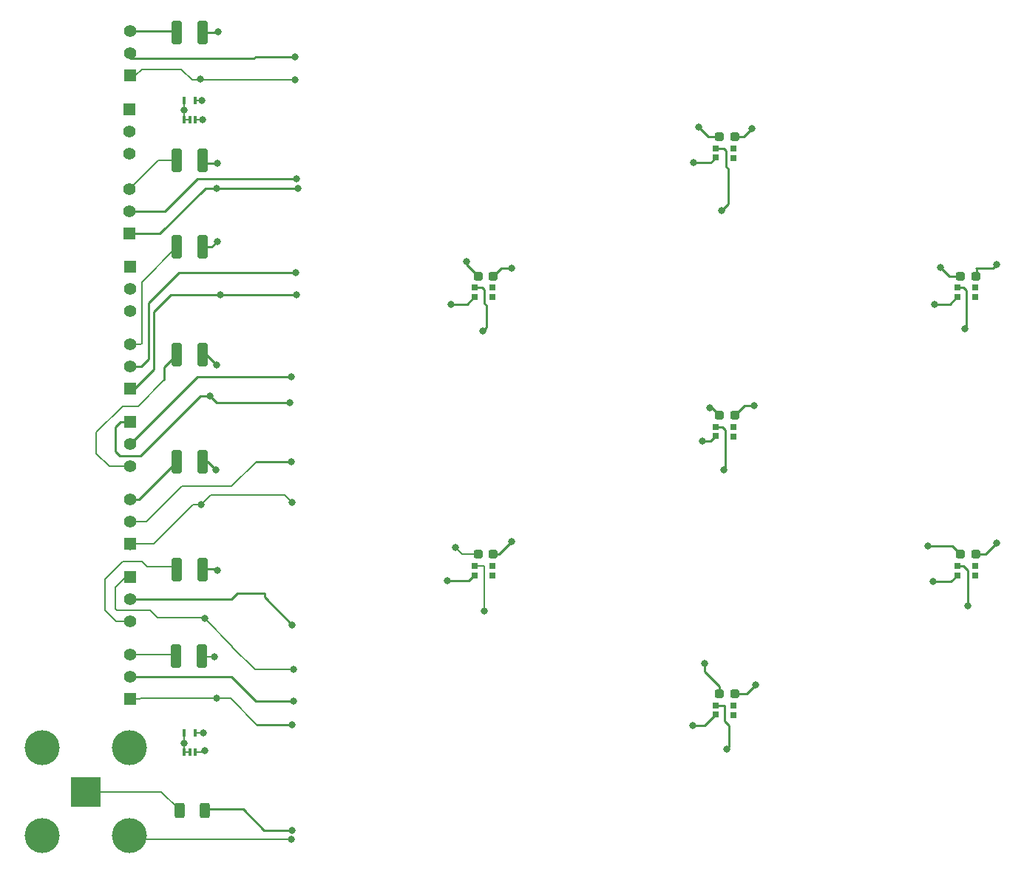
<source format=gbr>
%TF.GenerationSoftware,KiCad,Pcbnew,(6.0.8-1)-1*%
%TF.CreationDate,2023-03-28T17:55:07-04:00*%
%TF.ProjectId,Untitled,556e7469-746c-4656-942e-6b696361645f,rev?*%
%TF.SameCoordinates,Original*%
%TF.FileFunction,Copper,L1,Top*%
%TF.FilePolarity,Positive*%
%FSLAX46Y46*%
G04 Gerber Fmt 4.6, Leading zero omitted, Abs format (unit mm)*
G04 Created by KiCad (PCBNEW (6.0.8-1)-1) date 2023-03-28 17:55:07*
%MOMM*%
%LPD*%
G01*
G04 APERTURE LIST*
G04 Aperture macros list*
%AMRoundRect*
0 Rectangle with rounded corners*
0 $1 Rounding radius*
0 $2 $3 $4 $5 $6 $7 $8 $9 X,Y pos of 4 corners*
0 Add a 4 corners polygon primitive as box body*
4,1,4,$2,$3,$4,$5,$6,$7,$8,$9,$2,$3,0*
0 Add four circle primitives for the rounded corners*
1,1,$1+$1,$2,$3*
1,1,$1+$1,$4,$5*
1,1,$1+$1,$6,$7*
1,1,$1+$1,$8,$9*
0 Add four rect primitives between the rounded corners*
20,1,$1+$1,$2,$3,$4,$5,0*
20,1,$1+$1,$4,$5,$6,$7,0*
20,1,$1+$1,$6,$7,$8,$9,0*
20,1,$1+$1,$8,$9,$2,$3,0*%
G04 Aperture macros list end*
%TA.AperFunction,SMDPad,CuDef*%
%ADD10R,0.700000X0.700000*%
%TD*%
%TA.AperFunction,SMDPad,CuDef*%
%ADD11RoundRect,0.250000X-0.325000X-1.100000X0.325000X-1.100000X0.325000X1.100000X-0.325000X1.100000X0*%
%TD*%
%TA.AperFunction,SMDPad,CuDef*%
%ADD12RoundRect,0.087500X-0.087500X-0.337500X0.087500X-0.337500X0.087500X0.337500X-0.087500X0.337500X0*%
%TD*%
%TA.AperFunction,SMDPad,CuDef*%
%ADD13RoundRect,0.250000X-0.312500X-0.625000X0.312500X-0.625000X0.312500X0.625000X-0.312500X0.625000X0*%
%TD*%
%TA.AperFunction,ComponentPad*%
%ADD14R,1.397000X1.397000*%
%TD*%
%TA.AperFunction,ComponentPad*%
%ADD15C,1.397000*%
%TD*%
%TA.AperFunction,SMDPad,CuDef*%
%ADD16RoundRect,0.237500X-0.287500X-0.237500X0.287500X-0.237500X0.287500X0.237500X-0.287500X0.237500X0*%
%TD*%
%TA.AperFunction,ComponentPad*%
%ADD17R,3.500000X3.500000*%
%TD*%
%TA.AperFunction,ComponentPad*%
%ADD18C,4.000000*%
%TD*%
%TA.AperFunction,ViaPad*%
%ADD19C,0.800000*%
%TD*%
%TA.AperFunction,Conductor*%
%ADD20C,0.250000*%
%TD*%
%TA.AperFunction,Conductor*%
%ADD21C,0.200000*%
%TD*%
G04 APERTURE END LIST*
D10*
%TO.P,REF\u002A\u002A,1*%
%TO.N,N/C*%
X128382500Y-81370000D03*
%TO.P,REF\u002A\u002A,2*%
X126357500Y-81370000D03*
%TO.P,REF\u002A\u002A,3*%
X126357500Y-82420000D03*
%TO.P,REF\u002A\u002A,4*%
X128382500Y-82470000D03*
%TD*%
%TO.P,REF\u002A\u002A,1*%
%TO.N,N/C*%
X100752500Y-97320000D03*
%TO.P,REF\u002A\u002A,2*%
X98727500Y-97320000D03*
%TO.P,REF\u002A\u002A,3*%
X98727500Y-98370000D03*
%TO.P,REF\u002A\u002A,4*%
X100752500Y-98420000D03*
%TD*%
%TO.P,REF\u002A\u002A,1*%
%TO.N,N/C*%
X128382500Y-49460000D03*
%TO.P,REF\u002A\u002A,2*%
X126357500Y-49460000D03*
%TO.P,REF\u002A\u002A,3*%
X126357500Y-50510000D03*
%TO.P,REF\u002A\u002A,4*%
X128382500Y-50560000D03*
%TD*%
%TO.P,REF\u002A\u002A,1*%
%TO.N,N/C*%
X156022500Y-97320000D03*
%TO.P,REF\u002A\u002A,2*%
X153997500Y-97320000D03*
%TO.P,REF\u002A\u002A,3*%
X153997500Y-98370000D03*
%TO.P,REF\u002A\u002A,4*%
X156022500Y-98420000D03*
%TD*%
%TO.P,REF\u002A\u002A,1*%
%TO.N,N/C*%
X128382500Y-113280000D03*
%TO.P,REF\u002A\u002A,2*%
X126357500Y-113280000D03*
%TO.P,REF\u002A\u002A,3*%
X126357500Y-114330000D03*
%TO.P,REF\u002A\u002A,4*%
X128382500Y-114380000D03*
%TD*%
%TO.P,REF\u002A\u002A,1*%
%TO.N,N/C*%
X156022500Y-65410000D03*
%TO.P,REF\u002A\u002A,2*%
X153997500Y-65410000D03*
%TO.P,REF\u002A\u002A,3*%
X153997500Y-66460000D03*
%TO.P,REF\u002A\u002A,4*%
X156022500Y-66510000D03*
%TD*%
%TO.P,REF\u002A\u002A,1*%
%TO.N,N/C*%
X100752500Y-65410000D03*
%TO.P,REF\u002A\u002A,2*%
X98727500Y-65410000D03*
%TO.P,REF\u002A\u002A,3*%
X98727500Y-66460000D03*
%TO.P,REF\u002A\u002A,4*%
X100752500Y-66510000D03*
%TD*%
D11*
%TO.P,10 nF,1*%
%TO.N,N/C*%
X64525000Y-107600000D03*
%TO.P,10 nF,2*%
X67475000Y-107600000D03*
%TD*%
D12*
%TO.P,Temp2,1*%
%TO.N,N/C*%
X65450000Y-118600000D03*
%TO.P,Temp2,2*%
X66100000Y-118600000D03*
%TO.P,Temp2,3*%
X66750000Y-118600000D03*
%TO.P,Temp2,4*%
X66750000Y-116400000D03*
%TO.P,Temp2,5*%
X65450000Y-116400000D03*
%TD*%
D13*
%TO.P,50 \u03A9,1*%
%TO.N,N/C*%
X64937500Y-125300000D03*
%TO.P,50 \u03A9,2*%
X67862500Y-125300000D03*
%TD*%
D12*
%TO.P,REF\u002A\u002A,1*%
%TO.N,N/C*%
X65450000Y-46200000D03*
%TO.P,REF\u002A\u002A,2*%
X66100000Y-46200000D03*
%TO.P,REF\u002A\u002A,3*%
X66750000Y-46200000D03*
%TO.P,REF\u002A\u002A,4*%
X66750000Y-44000000D03*
%TO.P,REF\u002A\u002A,5*%
X65450000Y-44000000D03*
%TD*%
D11*
%TO.P,10 nF,1*%
%TO.N,N/C*%
X64625000Y-36145716D03*
%TO.P,10 nF,2*%
X67575000Y-36145716D03*
%TD*%
D14*
%TO.P,REF\u002A\u002A,1*%
%TO.N,N/C*%
X59200000Y-59200000D03*
D15*
%TO.P,REF\u002A\u002A,2*%
X59200000Y-56660000D03*
%TO.P,REF\u002A\u002A,3*%
X59200000Y-54120000D03*
%TD*%
D16*
%TO.P,REF\u002A\u002A,1*%
%TO.N,N/C*%
X99125000Y-95985000D03*
%TO.P,REF\u002A\u002A,2*%
X100875000Y-95985000D03*
%TD*%
D17*
%TO.P,LEDs,1*%
%TO.N,N/C*%
X54200000Y-123200000D03*
D18*
%TO.P,LEDs,2*%
X59225000Y-128225000D03*
X59225000Y-118175000D03*
X49175000Y-118175000D03*
X49175000Y-128225000D03*
%TD*%
D11*
%TO.P,10 nF,1*%
%TO.N,N/C*%
X64625000Y-73072857D03*
%TO.P,10 nF,2*%
X67575000Y-73072857D03*
%TD*%
D14*
%TO.P,REF\u002A\u002A,1*%
%TO.N,N/C*%
X59250100Y-41100000D03*
D15*
%TO.P,REF\u002A\u002A,2*%
X59250100Y-38560000D03*
%TO.P,REF\u002A\u002A,3*%
X59250100Y-36020000D03*
%TD*%
D14*
%TO.P,REF\u002A\u002A,1*%
%TO.N,N/C*%
X59250100Y-76987500D03*
D15*
%TO.P,REF\u002A\u002A,2*%
X59250100Y-74447500D03*
%TO.P,REF\u002A\u002A,3*%
X59250100Y-71907500D03*
%TD*%
D16*
%TO.P,REF\u002A\u002A,1*%
%TO.N,N/C*%
X154395000Y-95985000D03*
%TO.P,REF\u002A\u002A,2*%
X156145000Y-95985000D03*
%TD*%
%TO.P,REF\u002A\u002A,1*%
%TO.N,N/C*%
X154395000Y-64075000D03*
%TO.P,REF\u002A\u002A,2*%
X156145000Y-64075000D03*
%TD*%
D11*
%TO.P,10 nF,1*%
%TO.N,N/C*%
X64625000Y-60763810D03*
%TO.P,10 nF,2*%
X67575000Y-60763810D03*
%TD*%
%TO.P,10 nF,1*%
%TO.N,N/C*%
X64625000Y-50800000D03*
%TO.P,10 nF,2*%
X67575000Y-50800000D03*
%TD*%
D16*
%TO.P,REF\u002A\u002A,1*%
%TO.N,N/C*%
X126755000Y-111945000D03*
%TO.P,REF\u002A\u002A,2*%
X128505000Y-111945000D03*
%TD*%
%TO.P,REF\u002A\u002A,1*%
%TO.N,N/C*%
X126755000Y-48125000D03*
%TO.P,REF\u002A\u002A,2*%
X128505000Y-48125000D03*
%TD*%
D11*
%TO.P,10 nF,1*%
%TO.N,N/C*%
X64625000Y-85381904D03*
%TO.P,10 nF,2*%
X67575000Y-85381904D03*
%TD*%
D14*
%TO.P,REF\u002A\u002A,1*%
%TO.N,N/C*%
X59250100Y-94787500D03*
D15*
%TO.P,REF\u002A\u002A,2*%
X59250100Y-92247500D03*
%TO.P,REF\u002A\u002A,3*%
X59250100Y-89707500D03*
%TD*%
D16*
%TO.P,REF\u002A\u002A,1*%
%TO.N,N/C*%
X126755000Y-80035000D03*
%TO.P,REF\u002A\u002A,2*%
X128505000Y-80035000D03*
%TD*%
D14*
%TO.P,REF\u002A\u002A,1*%
%TO.N,N/C*%
X59250100Y-112587500D03*
D15*
%TO.P,REF\u002A\u002A,2*%
X59250100Y-110047500D03*
%TO.P,REF\u002A\u002A,3*%
X59250100Y-107507500D03*
%TD*%
D11*
%TO.P,10 nF,1*%
%TO.N,N/C*%
X64625000Y-97690951D03*
%TO.P,10 nF,2*%
X67575000Y-97690951D03*
%TD*%
D16*
%TO.P,REF\u002A\u002A,1*%
%TO.N,N/C*%
X99125000Y-64075000D03*
%TO.P,REF\u002A\u002A,2*%
X100875000Y-64075000D03*
%TD*%
D14*
%TO.P,REF\u002A\u002A,1*%
%TO.N,N/C*%
X59250100Y-80812500D03*
D15*
%TO.P,REF\u002A\u002A,2*%
X59250100Y-83352500D03*
%TO.P,REF\u002A\u002A,3*%
X59250100Y-85892500D03*
%TD*%
D14*
%TO.P,REF\u002A\u002A,1*%
%TO.N,N/C*%
X59200000Y-45000000D03*
D15*
%TO.P,REF\u002A\u002A,2*%
X59200000Y-47540000D03*
%TO.P,REF\u002A\u002A,3*%
X59200000Y-50080000D03*
%TD*%
D14*
%TO.P,REF\u002A\u002A,1*%
%TO.N,N/C*%
X59250100Y-98612500D03*
D15*
%TO.P,REF\u002A\u002A,2*%
X59250100Y-101152500D03*
%TO.P,REF\u002A\u002A,3*%
X59250100Y-103692500D03*
%TD*%
D14*
%TO.P,REF\u002A\u002A,1*%
%TO.N,N/C*%
X59250100Y-63012500D03*
D15*
%TO.P,REF\u002A\u002A,2*%
X59250100Y-65552500D03*
%TO.P,REF\u002A\u002A,3*%
X59250100Y-68092500D03*
%TD*%
D19*
%TO.N,*%
X96500000Y-95200000D03*
X69300000Y-51200000D03*
X130900000Y-110900000D03*
X78170000Y-41630000D03*
X77740114Y-85359886D03*
X69200000Y-54000000D03*
X123800000Y-51100000D03*
X78500000Y-54000000D03*
X125640000Y-79160000D03*
X130500000Y-47200000D03*
X125100000Y-108500000D03*
X123700000Y-115600000D03*
X158500000Y-62800000D03*
X67800000Y-118500000D03*
X127000000Y-56600000D03*
X124800000Y-83000000D03*
X67500000Y-44000000D03*
X78200000Y-39000000D03*
X65500000Y-117600000D03*
X103000000Y-63200000D03*
X158500000Y-94700000D03*
X67400000Y-90300000D03*
X65500000Y-45100000D03*
X67300000Y-41500000D03*
X151200000Y-99100000D03*
X97800000Y-62400000D03*
X77790000Y-115510000D03*
X155200000Y-101900000D03*
X69100000Y-86300000D03*
X96000000Y-67300000D03*
X77969648Y-112830352D03*
X77800000Y-90000000D03*
X152100000Y-63100000D03*
X103000000Y-94500000D03*
X69200000Y-74300000D03*
X78348210Y-66251790D03*
X69600000Y-66251790D03*
X77700000Y-75600000D03*
X78000000Y-109200000D03*
X67700000Y-116400000D03*
X69400000Y-36100000D03*
X127600000Y-118300000D03*
X77800000Y-127600000D03*
X78300000Y-52900000D03*
X77541068Y-78558932D03*
X99800000Y-102500000D03*
X99700000Y-70400000D03*
X69300000Y-60100000D03*
X127300000Y-86300000D03*
X67800000Y-103300000D03*
X77850000Y-104050000D03*
X124400000Y-47000000D03*
X151400000Y-67300000D03*
X78288210Y-63711790D03*
X95600000Y-99000000D03*
X68400000Y-77800000D03*
X68900000Y-107700000D03*
X67600000Y-46200000D03*
X154900000Y-70100000D03*
X77700000Y-128600000D03*
X130700000Y-78900000D03*
X150600000Y-95000000D03*
X69200000Y-112500000D03*
X69300000Y-97800000D03*
%TD*%
D20*
%TO.N,*%
X150600000Y-95000000D02*
X153410000Y-95000000D01*
X153410000Y-95000000D02*
X154395000Y-95985000D01*
X151200000Y-99100000D02*
X153267500Y-99100000D01*
X153267500Y-99100000D02*
X153997500Y-98370000D01*
D21*
X99800000Y-102500000D02*
X99800000Y-97400000D01*
X99720000Y-97320000D02*
X98727500Y-97320000D01*
X99800000Y-97400000D02*
X99720000Y-97320000D01*
D20*
X103000000Y-94500000D02*
X101515000Y-95985000D01*
X101515000Y-95985000D02*
X100875000Y-95985000D01*
D21*
X96500000Y-95200000D02*
X97285000Y-95985000D01*
X97285000Y-95985000D02*
X99125000Y-95985000D01*
X96500000Y-95200000D02*
X96590000Y-95110000D01*
D20*
X95600000Y-99000000D02*
X98097500Y-99000000D01*
X98097500Y-99000000D02*
X98677500Y-98420000D01*
X130900000Y-110900000D02*
X129855000Y-111945000D01*
X129855000Y-111945000D02*
X128505000Y-111945000D01*
X125100000Y-108500000D02*
X125100000Y-109415000D01*
X125100000Y-109415000D02*
X126755000Y-111070000D01*
X126755000Y-111070000D02*
X126755000Y-111945000D01*
X123700000Y-115600000D02*
X125087500Y-115600000D01*
X125087500Y-115600000D02*
X126357500Y-114330000D01*
X127380000Y-113280000D02*
X126357500Y-113280000D01*
X127600000Y-118300000D02*
X127900000Y-118000000D01*
X127900000Y-118000000D02*
X127900000Y-115600000D01*
X127900000Y-115600000D02*
X127380000Y-115080000D01*
X127380000Y-115080000D02*
X127380000Y-113280000D01*
X97800000Y-62750000D02*
X99125000Y-64075000D01*
X97800000Y-62400000D02*
X97800000Y-62750000D01*
X103000000Y-63200000D02*
X101750000Y-63200000D01*
X101750000Y-63200000D02*
X100875000Y-64075000D01*
X96000000Y-67300000D02*
X97887500Y-67300000D01*
X97887500Y-67300000D02*
X98677500Y-66510000D01*
X99800000Y-67200000D02*
X99800000Y-65600000D01*
X99700000Y-70400000D02*
X100100000Y-70000000D01*
X100100000Y-70000000D02*
X100100000Y-67500000D01*
X100100000Y-67500000D02*
X99800000Y-67200000D01*
X99800000Y-65600000D02*
X99610000Y-65410000D01*
X99610000Y-65410000D02*
X98727500Y-65410000D01*
X127000000Y-56600000D02*
X127800000Y-55800000D01*
X127800000Y-55800000D02*
X127800000Y-51800000D01*
X127800000Y-51800000D02*
X127500000Y-51500000D01*
X127500000Y-51500000D02*
X127500000Y-49700000D01*
X127500000Y-49700000D02*
X127260000Y-49460000D01*
X127260000Y-49460000D02*
X126357500Y-49460000D01*
X127300000Y-86300000D02*
X127400000Y-86200000D01*
X127070000Y-81370000D02*
X126357500Y-81370000D01*
X127400000Y-86200000D02*
X127400000Y-81700000D01*
X127400000Y-81700000D02*
X127070000Y-81370000D01*
X130700000Y-78900000D02*
X129640000Y-78900000D01*
X129640000Y-78900000D02*
X128505000Y-80035000D01*
X158500000Y-94700000D02*
X157215000Y-95985000D01*
X157215000Y-95985000D02*
X156145000Y-95985000D01*
X155200000Y-101900000D02*
X155200000Y-97800000D01*
X155200000Y-97800000D02*
X154720000Y-97320000D01*
X154720000Y-97320000D02*
X153997500Y-97320000D01*
X156200000Y-63200000D02*
X158100000Y-63200000D01*
X158100000Y-63200000D02*
X158500000Y-62800000D01*
X154900000Y-70100000D02*
X155000000Y-70000000D01*
X154710000Y-65410000D02*
X153997500Y-65410000D01*
X155000000Y-70000000D02*
X155000000Y-65700000D01*
X155000000Y-65700000D02*
X154710000Y-65410000D01*
X153157500Y-67300000D02*
X153947500Y-66510000D01*
X151400000Y-67300000D02*
X153157500Y-67300000D01*
X152100000Y-63100000D02*
X153075000Y-64075000D01*
X153075000Y-64075000D02*
X154395000Y-64075000D01*
X125767500Y-51100000D02*
X126307500Y-50560000D01*
X123800000Y-51100000D02*
X125767500Y-51100000D01*
X124400000Y-47000000D02*
X125525000Y-48125000D01*
X125525000Y-48125000D02*
X126755000Y-48125000D01*
X130500000Y-47200000D02*
X129575000Y-48125000D01*
X129575000Y-48125000D02*
X128505000Y-48125000D01*
X156145000Y-63200000D02*
X156200000Y-63200000D01*
X156200000Y-63200000D02*
X156200000Y-64020000D01*
X156200000Y-64020000D02*
X156145000Y-64075000D01*
X125640000Y-79160000D02*
X125880000Y-79160000D01*
X125880000Y-79160000D02*
X126755000Y-80035000D01*
X124800000Y-83000000D02*
X125777500Y-83000000D01*
X125777500Y-83000000D02*
X126357500Y-82420000D01*
D21*
X70800000Y-112500000D02*
X73800000Y-115500000D01*
X60492500Y-71907500D02*
X60600000Y-71800000D01*
D20*
X68636190Y-60763810D02*
X67575000Y-60763810D01*
X70877148Y-110047500D02*
X59250100Y-110047500D01*
D21*
X66750000Y-116400000D02*
X67700000Y-116400000D01*
X62012500Y-94787500D02*
X59250100Y-94787500D01*
D20*
X57600000Y-84200000D02*
X57600000Y-81400000D01*
D21*
X77000000Y-89200000D02*
X77800000Y-90000000D01*
D20*
X59812500Y-76987500D02*
X59250100Y-76987500D01*
D21*
X57692500Y-103692500D02*
X56400000Y-102400000D01*
X59250100Y-41127500D02*
X59872500Y-41127500D01*
D20*
X68400000Y-77800000D02*
X69158932Y-78558932D01*
D21*
X59296884Y-103200000D02*
X59270100Y-103173216D01*
D20*
X78200000Y-39000000D02*
X73600000Y-39000000D01*
X64499284Y-36020000D02*
X64625000Y-36145716D01*
D21*
X66750000Y-118600000D02*
X67700000Y-118600000D01*
D20*
X69300000Y-60100000D02*
X68636190Y-60763810D01*
D21*
X67575000Y-107700000D02*
X67475000Y-107600000D01*
X59250100Y-94787500D02*
X59250100Y-95450100D01*
X65450000Y-117550000D02*
X65500000Y-117600000D01*
X56400000Y-98800000D02*
X58400000Y-96800000D01*
X60387500Y-112587500D02*
X60475000Y-112500000D01*
X62400000Y-103200000D02*
X61600000Y-102400000D01*
D20*
X70847500Y-101152500D02*
X59250100Y-101152500D01*
X67975000Y-51200000D02*
X67575000Y-50800000D01*
D21*
X65450000Y-118600000D02*
X66100000Y-118600000D01*
D20*
X67002600Y-75600000D02*
X77700000Y-75600000D01*
X78348210Y-66251790D02*
X65451790Y-66251790D01*
X67972857Y-73072857D02*
X67575000Y-73072857D01*
D21*
X67400000Y-90300000D02*
X66500000Y-90300000D01*
D20*
X78300000Y-52900000D02*
X67000000Y-52900000D01*
X59250100Y-83352500D02*
X67002600Y-75600000D01*
D21*
X57600000Y-102200000D02*
X57600000Y-99800000D01*
X57600000Y-99800000D02*
X58787500Y-98612500D01*
X59872500Y-41127500D02*
X60600000Y-40400000D01*
D20*
X61400000Y-73600000D02*
X60552500Y-74447500D01*
D21*
X61152500Y-92247500D02*
X65200000Y-88200000D01*
D20*
X61400000Y-67200000D02*
X61400000Y-73600000D01*
X57600000Y-81400000D02*
X58187500Y-80812500D01*
D21*
X55400000Y-82000000D02*
X55400000Y-84400000D01*
D20*
X73600000Y-39000000D02*
X73502494Y-39097506D01*
X64625000Y-73072857D02*
X63200000Y-74497857D01*
X67862500Y-125300000D02*
X67962500Y-125200000D01*
X71600000Y-100400000D02*
X70847500Y-101152500D01*
D21*
X70919772Y-88200000D02*
X73759886Y-85359886D01*
X61600000Y-102400000D02*
X57800000Y-102400000D01*
X60600000Y-71800000D02*
X60600000Y-64788810D01*
D20*
X69158932Y-78558932D02*
X77541068Y-78558932D01*
D21*
X58650000Y-128600000D02*
X77700000Y-128600000D01*
D20*
X77740114Y-85359886D02*
X73759886Y-85359886D01*
X59250100Y-36020000D02*
X64499284Y-36020000D01*
D21*
X68500000Y-89200000D02*
X77000000Y-89200000D01*
X65140000Y-40400000D02*
X66370000Y-41630000D01*
D20*
X67000000Y-52900000D02*
X63240000Y-56660000D01*
D21*
X61200000Y-97400000D02*
X64334049Y-97400000D01*
X60200000Y-79000000D02*
X63200000Y-76000000D01*
X67700000Y-103200000D02*
X62400000Y-103200000D01*
D20*
X63948210Y-66251790D02*
X62000000Y-68200000D01*
D21*
X67800000Y-103300000D02*
X71000000Y-106500000D01*
X62837500Y-123200000D02*
X64837500Y-125200000D01*
D20*
X67575000Y-36145716D02*
X69354284Y-36145716D01*
D21*
X60600000Y-40400000D02*
X65140000Y-40400000D01*
X58400000Y-79000000D02*
X55400000Y-82000000D01*
X67700000Y-118600000D02*
X67800000Y-118500000D01*
X62520000Y-50800000D02*
X64625000Y-50800000D01*
X65500000Y-44050000D02*
X65450000Y-44000000D01*
X59250100Y-71907500D02*
X60492500Y-71907500D01*
X60475000Y-112500000D02*
X70800000Y-112500000D01*
X65200000Y-88200000D02*
X70919772Y-88200000D01*
X67800000Y-103300000D02*
X67700000Y-103200000D01*
X64432500Y-107507500D02*
X64525000Y-107600000D01*
D20*
X78288210Y-63711790D02*
X64888210Y-63711790D01*
D21*
X58400000Y-96800000D02*
X60600000Y-96800000D01*
D20*
X68181904Y-85381904D02*
X67575000Y-85381904D01*
X69200000Y-54000000D02*
X67900000Y-54000000D01*
D21*
X67400000Y-90300000D02*
X68500000Y-89200000D01*
D20*
X62000000Y-68200000D02*
X62000000Y-74800000D01*
X73799648Y-115510000D02*
X77790000Y-115510000D01*
X63200000Y-74497857D02*
X63200000Y-76000000D01*
X77850000Y-104050000D02*
X74700000Y-100900000D01*
D21*
X57800000Y-102400000D02*
X57600000Y-102200000D01*
D20*
X60552500Y-74447500D02*
X59250100Y-74447500D01*
D21*
X66370000Y-41630000D02*
X78170000Y-41630000D01*
X56400000Y-102400000D02*
X56400000Y-98800000D01*
X59250100Y-92247500D02*
X61152500Y-92247500D01*
D20*
X69300000Y-51200000D02*
X67975000Y-51200000D01*
D21*
X66750000Y-44000000D02*
X67500000Y-44000000D01*
D20*
X67962500Y-125200000D02*
X72200000Y-125200000D01*
D21*
X58787500Y-98612500D02*
X59250100Y-98612500D01*
D20*
X64888210Y-63711790D02*
X61400000Y-67200000D01*
D21*
X60200000Y-79000000D02*
X58400000Y-79000000D01*
D20*
X72200000Y-125200000D02*
X74600000Y-127600000D01*
D21*
X61407500Y-107507500D02*
X64432500Y-107507500D01*
D20*
X67342600Y-77800000D02*
X60471300Y-84671300D01*
X69100000Y-86300000D02*
X68181904Y-85381904D01*
D21*
X64334049Y-97400000D02*
X64722619Y-97788570D01*
D20*
X77969648Y-112830352D02*
X73660000Y-112830352D01*
D21*
X65500000Y-117600000D02*
X65500000Y-118550000D01*
D20*
X63240000Y-56660000D02*
X59200000Y-56660000D01*
X60299404Y-89707500D02*
X64570716Y-85436188D01*
D21*
X65500000Y-46150000D02*
X65450000Y-46200000D01*
D20*
X62000000Y-74800000D02*
X59812500Y-76987500D01*
D21*
X65500000Y-118550000D02*
X65450000Y-118600000D01*
D20*
X67592621Y-97673330D02*
X67575000Y-97690951D01*
D21*
X56892500Y-85892500D02*
X59250100Y-85892500D01*
D20*
X74600000Y-127600000D02*
X77800000Y-127600000D01*
X69200000Y-74300000D02*
X67972857Y-73072857D01*
X58071300Y-84671300D02*
X57600000Y-84200000D01*
X69600000Y-66251790D02*
X63948210Y-66251790D01*
X69354284Y-36145716D02*
X69400000Y-36100000D01*
D21*
X59250100Y-112587500D02*
X60387500Y-112587500D01*
X73600000Y-109200000D02*
X78000000Y-109200000D01*
D20*
X69173330Y-97673330D02*
X67592621Y-97673330D01*
D21*
X65450000Y-46200000D02*
X66100000Y-46200000D01*
D20*
X74700000Y-100900000D02*
X74700000Y-100400000D01*
D21*
X65500000Y-45100000D02*
X65500000Y-46150000D01*
X59200000Y-54120000D02*
X62520000Y-50800000D01*
X60600000Y-64788810D02*
X64625000Y-60763810D01*
D20*
X73660000Y-112830352D02*
X70877148Y-110047500D01*
D21*
X59250100Y-103692500D02*
X57692500Y-103692500D01*
D20*
X74700000Y-100400000D02*
X71600000Y-100400000D01*
D21*
X66750000Y-46200000D02*
X67600000Y-46200000D01*
X65450000Y-116400000D02*
X65450000Y-117550000D01*
D20*
X62700000Y-59200000D02*
X59200000Y-59200000D01*
D21*
X59250100Y-107507500D02*
X61407500Y-107507500D01*
X65500000Y-45100000D02*
X65500000Y-44050000D01*
X68900000Y-107700000D02*
X67575000Y-107700000D01*
D20*
X69200000Y-54000000D02*
X78500000Y-54000000D01*
D21*
X71000000Y-106600000D02*
X73600000Y-109200000D01*
D20*
X59250100Y-89707500D02*
X60299404Y-89707500D01*
X68400000Y-77800000D02*
X67342600Y-77800000D01*
D21*
X71000000Y-106500000D02*
X71000000Y-106600000D01*
D20*
X67900000Y-54000000D02*
X62700000Y-59200000D01*
X69300000Y-97800000D02*
X69173330Y-97673330D01*
X58187500Y-80812500D02*
X59250100Y-80812500D01*
D21*
X55400000Y-84400000D02*
X56892500Y-85892500D01*
X66500000Y-90300000D02*
X62012500Y-94787500D01*
X54200000Y-123200000D02*
X62837500Y-123200000D01*
D20*
X73502494Y-39097506D02*
X59270100Y-39097506D01*
D21*
X60600000Y-96800000D02*
X61200000Y-97400000D01*
D20*
X60471300Y-84671300D02*
X58071300Y-84671300D01*
%TD*%
M02*

</source>
